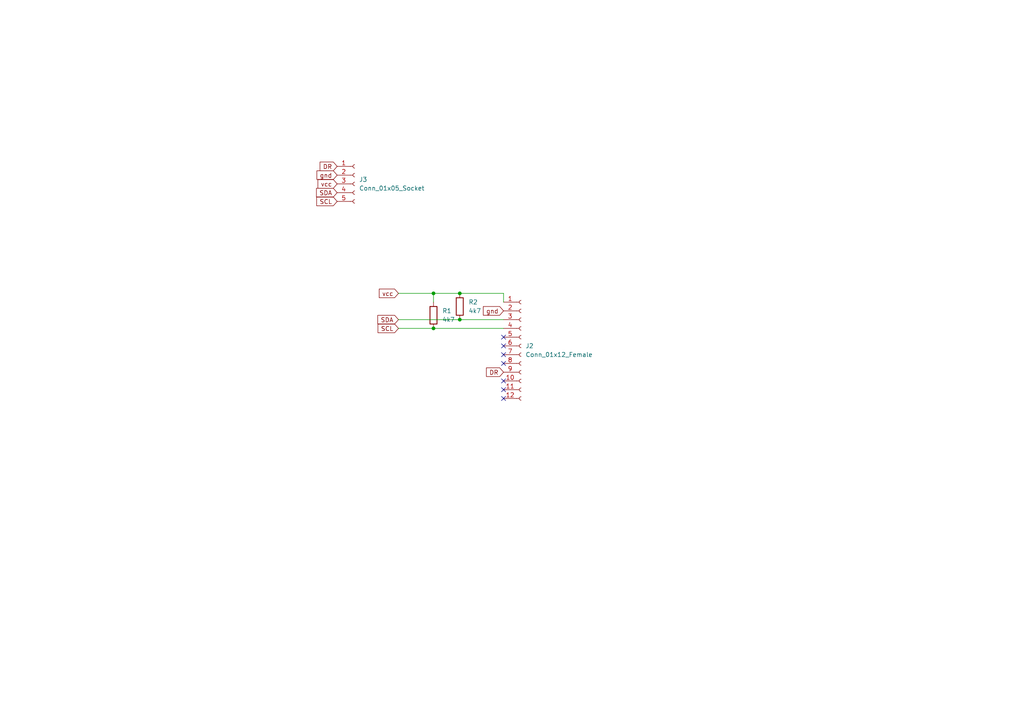
<source format=kicad_sch>
(kicad_sch (version 20231120) (generator "eeschema") (generator_version "8.0")
  (paper "A4")
  (lib_symbols
    (symbol "Connector:Conn_01x05_Socket" (pin_names (offset 1.016) hide)
      (property "Reference" "J" (at 0 7.62 0))
      (property "Value" "Conn_01x05_Socket" (at 0 -7.62 0))
      (symbol "Conn_01x05_Socket_1_1"
        (arc (start 0 -4.572) (mid -0.5058 -5.08) (end 0 -5.588) (stroke (width 0.1524)))
        (arc (start 0 -2.032) (mid -0.5058 -2.54) (end 0 -3.048) (stroke (width 0.1524)))
        (polyline (pts (xy -1.27 -5.08) (xy -0.508 -5.08)) (stroke (width 0.1524)))
        (polyline (pts (xy -1.27 -2.54) (xy -0.508 -2.54)) (stroke (width 0.1524)))
        (polyline (pts (xy -1.27 0) (xy -0.508 0)) (stroke (width 0.1524)))
        (polyline (pts (xy -1.27 2.54) (xy -0.508 2.54)) (stroke (width 0.1524)))
        (polyline (pts (xy -1.27 5.08) (xy -0.508 5.08)) (stroke (width 0.1524)))
        (arc (start 0 0.508) (mid -0.5058 0) (end 0 -0.508) (stroke (width 0.1524)))
        (arc (start 0 3.048) (mid -0.5058 2.54) (end 0 2.032) (stroke (width 0.1524)))
        (arc (start 0 5.588) (mid -0.5058 5.08) (end 0 4.572) (stroke (width 0.1524)))
        (pin passive line (at -5.08 5.08 0) (length 3.81) (name "Pin_1") (number "1"))
        (pin passive line (at -5.08 2.54 0) (length 3.81) (name "Pin_2") (number "2"))
        (pin passive line (at -5.08 0 0) (length 3.81) (name "Pin_3") (number "3"))
        (pin passive line (at -5.08 -2.54 0) (length 3.81) (name "Pin_4") (number "4"))
        (pin passive line (at -5.08 -5.08 0) (length 3.81) (name "Pin_5") (number "5"))
      )
    )
    (symbol "Connector:Conn_01x12_Female" (pin_names (offset 1.016) hide)
      (property "Reference" "J" (at 0 15.24 0))
      (property "Value" "Conn_01x12_Female" (at 0 -17.78 0))
      (symbol "Conn_01x12_Female_1_1"
        (arc (start 0 -14.732) (mid -0.5058 -15.24) (end 0 -15.748) (stroke (width 0.1524)))
        (arc (start 0 -12.192) (mid -0.5058 -12.7) (end 0 -13.208) (stroke (width 0.1524)))
        (arc (start 0 -9.652) (mid -0.5058 -10.16) (end 0 -10.668) (stroke (width 0.1524)))
        (arc (start 0 -7.112) (mid -0.5058 -7.62) (end 0 -8.128) (stroke (width 0.1524)))
        (arc (start 0 -4.572) (mid -0.5058 -5.08) (end 0 -5.588) (stroke (width 0.1524)))
        (arc (start 0 -2.032) (mid -0.5058 -2.54) (end 0 -3.048) (stroke (width 0.1524)))
        (polyline (pts (xy -1.27 -15.24) (xy -0.508 -15.24)) (stroke (width 0.1524)))
        (polyline (pts (xy -1.27 -12.7) (xy -0.508 -12.7)) (stroke (width 0.1524)))
        (polyline (pts (xy -1.27 -10.16) (xy -0.508 -10.16)) (stroke (width 0.1524)))
        (polyline (pts (xy -1.27 -7.62) (xy -0.508 -7.62)) (stroke (width 0.1524)))
        (polyline (pts (xy -1.27 -5.08) (xy -0.508 -5.08)) (stroke (width 0.1524)))
        (polyline (pts (xy -1.27 -2.54) (xy -0.508 -2.54)) (stroke (width 0.1524)))
        (polyline (pts (xy -1.27 0) (xy -0.508 0)) (stroke (width 0.1524)))
        (polyline (pts (xy -1.27 2.54) (xy -0.508 2.54)) (stroke (width 0.1524)))
        (polyline (pts (xy -1.27 5.08) (xy -0.508 5.08)) (stroke (width 0.1524)))
        (polyline (pts (xy -1.27 7.62) (xy -0.508 7.62)) (stroke (width 0.1524)))
        (polyline (pts (xy -1.27 10.16) (xy -0.508 10.16)) (stroke (width 0.1524)))
        (polyline (pts (xy -1.27 12.7) (xy -0.508 12.7)) (stroke (width 0.1524)))
        (arc (start 0 0.508) (mid -0.5058 0) (end 0 -0.508) (stroke (width 0.1524)))
        (arc (start 0 3.048) (mid -0.5058 2.54) (end 0 2.032) (stroke (width 0.1524)))
        (arc (start 0 5.588) (mid -0.5058 5.08) (end 0 4.572) (stroke (width 0.1524)))
        (arc (start 0 8.128) (mid -0.5058 7.62) (end 0 7.112) (stroke (width 0.1524)))
        (arc (start 0 10.668) (mid -0.5058 10.16) (end 0 9.652) (stroke (width 0.1524)))
        (arc (start 0 13.208) (mid -0.5058 12.7) (end 0 12.192) (stroke (width 0.1524)))
        (pin passive line (at -5.08 12.7 0) (length 3.81) (name "Pin_1") (number "1"))
        (pin passive line (at -5.08 -10.16 0) (length 3.81) (name "Pin_10") (number "10"))
        (pin passive line (at -5.08 -12.7 0) (length 3.81) (name "Pin_11") (number "11"))
        (pin passive line (at -5.08 -15.24 0) (length 3.81) (name "Pin_12") (number "12"))
        (pin passive line (at -5.08 10.16 0) (length 3.81) (name "Pin_2") (number "2"))
        (pin passive line (at -5.08 7.62 0) (length 3.81) (name "Pin_3") (number "3"))
        (pin passive line (at -5.08 5.08 0) (length 3.81) (name "Pin_4") (number "4"))
        (pin passive line (at -5.08 2.54 0) (length 3.81) (name "Pin_5") (number "5"))
        (pin passive line (at -5.08 0 0) (length 3.81) (name "Pin_6") (number "6"))
        (pin passive line (at -5.08 -2.54 0) (length 3.81) (name "Pin_7") (number "7"))
        (pin passive line (at -5.08 -5.08 0) (length 3.81) (name "Pin_8") (number "8"))
        (pin passive line (at -5.08 -7.62 0) (length 3.81) (name "Pin_9") (number "9"))
      )
    )
    (symbol "Device:R" (pin_numbers hide) (pin_names (offset 0))
      (property "Reference" "R" (at 2.032 0 90))
      (property "Value" "R" (at 0 0 90))
      (symbol "R_0_1"
        (rectangle (start -1.016 -2.54) (end 1.016 2.54) (stroke (width 0.254)))
      )
      (symbol "R_1_1"
        (pin passive line (at 0 3.81 270) (length 1.27) (name "~") (number "1"))
        (pin passive line (at 0 -3.81 90) (length 1.27) (name "~") (number "2"))
      )
    )
  )
  (junction (at 133.35 85.09))
  (junction (at 125.73 85.09))
  (junction (at 133.35 92.71))
  (junction (at 125.73 95.25))
  (no_connect (at 146.05 105.41))
  (no_connect (at 146.05 97.79))
  (no_connect (at 146.05 100.33))
  (no_connect (at 146.05 102.87))
  (no_connect (at 146.05 110.49))
  (no_connect (at 146.05 113.03))
  (no_connect (at 146.05 115.57))
  (wire (pts (xy 115.57 92.71) (xy 133.35 92.71)))
  (wire (pts (xy 125.73 85.09) (xy 125.73 87.63)))
  (wire (pts (xy 115.57 95.25) (xy 125.73 95.25)))
  (wire (pts (xy 146.05 85.09) (xy 146.05 87.63)))
  (wire (pts (xy 125.73 95.25) (xy 146.05 95.25)))
  (wire (pts (xy 115.57 85.09) (xy 125.73 85.09)))
  (wire (pts (xy 125.73 85.09) (xy 133.35 85.09)))
  (wire (pts (xy 133.35 85.09) (xy 146.05 85.09)))
  (wire (pts (xy 133.35 92.71) (xy 146.05 92.71)))
  (global_label "SCL" (shape input) (at 97.79 58.42 180) (property "Intersheetrefs" "${INTERSHEET_REFS}" (effects (hide yes))))
  (global_label "DR" (shape input) (at 146.05 107.95 180) (property "Intersheetrefs" "${INTERSHEET_REFS}" (effects (hide yes))))
  (global_label "gnd" (shape input) (at 97.79 50.8 180) (property "Intersheetrefs" "${INTERSHEET_REFS}" (effects (hide yes))))
  (global_label "SCL" (shape input) (at 115.57 95.25 180) (property "Intersheetrefs" "${INTERSHEET_REFS}" (effects (hide yes))))
  (global_label "vcc" (shape input) (at 97.79 53.34 180) (property "Intersheetrefs" "${INTERSHEET_REFS}" (effects (hide yes))))
  (global_label "SDA" (shape input) (at 115.57 92.71 180) (property "Intersheetrefs" "${INTERSHEET_REFS}" (effects (hide yes))))
  (global_label "vcc" (shape input) (at 115.57 85.09 180) (property "Intersheetrefs" "${INTERSHEET_REFS}" (effects (hide yes))))
  (global_label "DR" (shape input) (at 97.79 48.26 180) (property "Intersheetrefs" "${INTERSHEET_REFS}" (effects (hide yes))))
  (global_label "gnd" (shape input) (at 146.05 90.17 180) (property "Intersheetrefs" "${INTERSHEET_REFS}" (effects (hide yes))))
  (global_label "SDA" (shape input) (at 97.79 55.88 180) (property "Intersheetrefs" "${INTERSHEET_REFS}" (effects (hide yes))))
  (symbol (lib_id "Device:R") (at 125.73 91.44 180) (unit 1)
    (property "Reference" "R1" (at 128.27 90.1699 0) (effects (justify right)))
    (property "Value" "4k7" (at 128.27 92.7099 0) (effects (justify right)))
    (property "Footprint" "Resistor_SMD:R_0805_2012Metric_Pad1.20x1.40mm_HandSolder" (effects (hide yes)))
  )
  (symbol (lib_id "Connector:Conn_01x12_Female") (at 151.13 100.33 0) (unit 1)
    (property "Reference" "J2" (at 152.4 100.3299 0) (effects (justify left)))
    (property "Value" "Conn_01x12_Female" (at 152.4 102.8699 0) (effects (justify left)))
    (property "Footprint" "minimal-ffc-i2c:FPC-SMD_FPC05012-09200-.5mm-rev" (effects (hide yes)))
  )
  (symbol (lib_id "Connector:Conn_01x05_Socket") (at 102.87 53.34 0) (unit 1)
    (property "Reference" "J3" (at 104.14 52.0699 0) (effects (justify left)))
    (property "Value" "Conn_01x05_Socket" (at 104.14 54.6099 0) (effects (justify left)))
    (property "Footprint" "Connector_PinHeader_2.54mm:PinHeader_1x05_P2.54mm_Vertical" (effects (hide yes)))
    (property "Description" "Generic connector, single row, 01x05, script generated" (effects (hide yes)))
  )
  (symbol (lib_id "Device:R") (at 133.35 88.9 180) (unit 1)
    (property "Reference" "R2" (at 135.89 87.6299 0) (effects (justify right)))
    (property "Value" "4k7" (at 135.89 90.1699 0) (effects (justify right)))
    (property "Footprint" "Resistor_SMD:R_0805_2012Metric_Pad1.20x1.40mm_HandSolder" (effects (hide yes)))
  )
)
</source>
